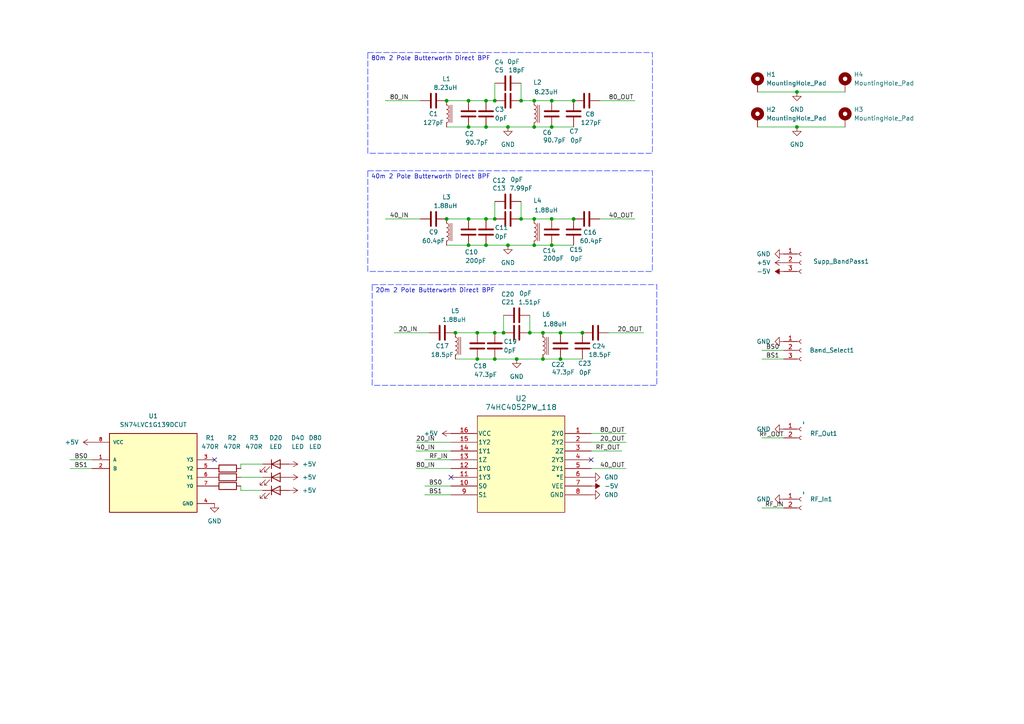
<source format=kicad_sch>
(kicad_sch (version 20231120) (generator "eeschema") (generator_version "8.0")
  (paper "A4")
  (title_block (title "Phasor Radio: Bandpass-Filter") (date "2024-02-21") (rev "v1") (company "Stefan Meyre, HB9GZE"))
  (lib_symbols
    (symbol "Connector:Conn_01x02_Socket" (pin_names (offset 1.016) hide)
      (property "Reference" "J" (at 0 2.54 0))
      (property "Value" "Conn_01x02_Socket" (at 0 -5.08 0))
      (symbol "Conn_01x02_Socket_1_1"
        (arc (start 0 -2.032) (mid -0.5058 -2.54) (end 0 -3.048) (stroke (width 0.1524)))
        (polyline (pts (xy -1.27 -2.54) (xy -0.508 -2.54)) (stroke (width 0.1524)))
        (polyline (pts (xy -1.27 0) (xy -0.508 0)) (stroke (width 0.1524)))
        (arc (start 0 0.508) (mid -0.5058 0) (end 0 -0.508) (stroke (width 0.1524)))
        (pin passive line (at -5.08 0 0) (length 3.81) (name "Pin_1") (number "1"))
        (pin passive line (at -5.08 -2.54 0) (length 3.81) (name "Pin_2") (number "2"))
      )
    )
    (symbol "Connector:Conn_01x03_Socket" (pin_names (offset 1.016) hide)
      (property "Reference" "J" (at 0 5.08 0))
      (property "Value" "Conn_01x03_Socket" (at 0 -5.08 0))
      (symbol "Conn_01x03_Socket_1_1"
        (arc (start 0 -2.032) (mid -0.5058 -2.54) (end 0 -3.048) (stroke (width 0.1524)))
        (polyline (pts (xy -1.27 -2.54) (xy -0.508 -2.54)) (stroke (width 0.1524)))
        (polyline (pts (xy -1.27 0) (xy -0.508 0)) (stroke (width 0.1524)))
        (polyline (pts (xy -1.27 2.54) (xy -0.508 2.54)) (stroke (width 0.1524)))
        (arc (start 0 0.508) (mid -0.5058 0) (end 0 -0.508) (stroke (width 0.1524)))
        (arc (start 0 3.048) (mid -0.5058 2.54) (end 0 2.032) (stroke (width 0.1524)))
        (pin passive line (at -5.08 2.54 0) (length 3.81) (name "Pin_1") (number "1"))
        (pin passive line (at -5.08 0 0) (length 3.81) (name "Pin_2") (number "2"))
        (pin passive line (at -5.08 -2.54 0) (length 3.81) (name "Pin_3") (number "3"))
      )
    )
    (symbol "Device:C" (pin_numbers hide) (pin_names (offset 0.254))
      (property "Reference" "C" (at 0.635 2.54 0))
      (property "Value" "C" (at 0.635 -2.54 0))
      (symbol "C_0_1"
        (polyline (pts (xy -2.032 -0.762) (xy 2.032 -0.762)) (stroke (width 0.508)))
        (polyline (pts (xy -2.032 0.762) (xy 2.032 0.762)) (stroke (width 0.508)))
      )
      (symbol "C_1_1"
        (pin passive line (at 0 3.81 270) (length 2.794) (name "~") (number "1"))
        (pin passive line (at 0 -3.81 90) (length 2.794) (name "~") (number "2"))
      )
    )
    (symbol "Device:LED" (pin_numbers hide) (pin_names (offset 1.016) hide)
      (property "Reference" "D" (at 0 2.54 0))
      (property "Value" "LED" (at 0 -2.54 0))
      (symbol "LED_0_1"
        (polyline (pts (xy -1.27 -1.27) (xy -1.27 1.27)) (stroke (width 0.254)))
        (polyline (pts (xy -1.27 0) (xy 1.27 0)))
        (polyline (pts (xy 1.27 -1.27) (xy 1.27 1.27) (xy -1.27 0) (xy 1.27 -1.27)) (stroke (width 0.254)))
        (polyline (pts (xy -3.048 -0.762) (xy -4.572 -2.286) (xy -3.81 -2.286) (xy -4.572 -2.286) (xy -4.572 -1.524)))
        (polyline (pts (xy -1.778 -0.762) (xy -3.302 -2.286) (xy -2.54 -2.286) (xy -3.302 -2.286) (xy -3.302 -1.524)))
      )
      (symbol "LED_1_1"
        (pin passive line (at -3.81 0 0) (length 2.54) (name "K") (number "1"))
        (pin passive line (at 3.81 0 180) (length 2.54) (name "A") (number "2"))
      )
    )
    (symbol "Device:L_Iron" (pin_numbers hide) (pin_names (offset 1.016) hide)
      (property "Reference" "L" (at -1.27 0 90))
      (property "Value" "L_Iron" (at 2.794 0 90))
      (symbol "L_Iron_0_1"
        (arc (start 0 -2.54) (mid 0.6323 -1.905) (end 0 -1.27))
        (arc (start 0 -1.27) (mid 0.6323 -0.635) (end 0 0))
        (polyline (pts (xy 1.016 2.54) (xy 1.016 -2.54)))
        (polyline (pts (xy 1.524 -2.54) (xy 1.524 2.54)))
        (arc (start 0 0) (mid 0.6323 0.635) (end 0 1.27))
        (arc (start 0 1.27) (mid 0.6323 1.905) (end 0 2.54))
      )
      (symbol "L_Iron_1_1"
        (pin passive line (at 0 3.81 270) (length 1.27) (name "1") (number "1"))
        (pin passive line (at 0 -3.81 90) (length 1.27) (name "2") (number "2"))
      )
    )
    (symbol "Device:R" (pin_numbers hide) (pin_names (offset 0))
      (property "Reference" "R" (at 2.032 0 90))
      (property "Value" "R" (at 0 0 90))
      (symbol "R_0_1"
        (rectangle (start -1.016 -2.54) (end 1.016 2.54) (stroke (width 0.254)))
      )
      (symbol "R_1_1"
        (pin passive line (at 0 3.81 270) (length 1.27) (name "~") (number "1"))
        (pin passive line (at 0 -3.81 90) (length 1.27) (name "~") (number "2"))
      )
    )
    (symbol "Mechanical:MountingHole_Pad" (pin_numbers hide) (pin_names (offset 1.016) hide)
      (property "Reference" "H" (at 0 6.35 0))
      (property "Value" "MountingHole_Pad" (at 0 4.445 0))
      (symbol "MountingHole_Pad_0_1"
        (circle (center 0 1.27) (radius 1.27) (stroke (width 1.27)))
      )
      (symbol "MountingHole_Pad_1_1"
        (pin input line (at 0 -2.54 90) (length 2.54) (name "1") (number "1"))
      )
    )
    (symbol "Private:74HC4052PW_118" (pin_names (offset 0.254))
      (property "Reference" "U" (at 20.32 10.16 0))
      (property "Value" "74HC4052PW_118" (at 20.32 7.62 0))
      (symbol "74HC4052PW_118_1_1"
        (polyline (pts (xy 7.62 -22.86) (xy 33.02 -22.86)) (stroke (width 0.127)))
        (polyline (pts (xy 7.62 5.08) (xy 7.62 -22.86)) (stroke (width 0.127)))
        (polyline (pts (xy 33.02 -22.86) (xy 33.02 5.08)) (stroke (width 0.127)))
        (polyline (pts (xy 33.02 5.08) (xy 7.62 5.08)) (stroke (width 0.127)))
        (rectangle (start 7.62 5.08) (end 33.02 -22.86) (fill (type background)))
        (pin bidirectional line (at 0 0 0) (length 7.62) (name "2Y0") (number "1"))
        (pin input line (at 40.64 -15.24 180) (length 7.62) (name "S0") (number "10"))
        (pin bidirectional line (at 40.64 -12.7 180) (length 7.62) (name "1Y3") (number "11"))
        (pin bidirectional line (at 40.64 -10.16 180) (length 7.62) (name "1Y0") (number "12"))
        (pin bidirectional line (at 40.64 -7.62 180) (length 7.62) (name "1Z") (number "13"))
        (pin bidirectional line (at 40.64 -5.08 180) (length 7.62) (name "1Y1") (number "14"))
        (pin bidirectional line (at 40.64 -2.54 180) (length 7.62) (name "1Y2") (number "15"))
        (pin power_in line (at 40.64 0 180) (length 7.62) (name "VCC") (number "16"))
        (pin bidirectional line (at 0 -2.54 0) (length 7.62) (name "2Y2") (number "2"))
        (pin bidirectional line (at 0 -5.08 0) (length 7.62) (name "2Z") (number "3"))
        (pin bidirectional line (at 0 -7.62 0) (length 7.62) (name "2Y3") (number "4"))
        (pin bidirectional line (at 0 -10.16 0) (length 7.62) (name "2Y1") (number "5"))
        (pin input line (at 0 -12.7 0) (length 7.62) (name "*E") (number "6"))
        (pin power_in line (at 0 -15.24 0) (length 7.62) (name "VEE") (number "7"))
        (pin power_in line (at 0 -17.78 0) (length 7.62) (name "GND") (number "8"))
        (pin input line (at 40.64 -17.78 180) (length 7.62) (name "S1") (number "9"))
      )
    )
    (symbol "Private:SN74LVC1G139DCUT" (pin_names (offset 1.016))
      (property "Reference" "U" (at -12.7 11.16 0))
      (property "Value" "SN74LVC1G139DCUT" (at -12.7 -14.16 0))
      (symbol "SN74LVC1G139DCUT_0_0"
        (rectangle (start -12.7 -12.7) (end 12.7 10.16) (stroke (width 0.254)) (fill (type background)))
        (pin input line (at -17.78 2.54 0) (length 5.08) (name "A") (number "1"))
        (pin input line (at -17.78 0 0) (length 5.08) (name "B") (number "2"))
        (pin output line (at 17.78 2.54 180) (length 5.08) (name "Y3") (number "3"))
        (pin power_in line (at 17.78 -10.16 180) (length 5.08) (name "GND") (number "4"))
        (pin output line (at 17.78 0 180) (length 5.08) (name "Y2") (number "5"))
        (pin output line (at 17.78 -2.54 180) (length 5.08) (name "Y1") (number "6"))
        (pin output line (at 17.78 -5.08 180) (length 5.08) (name "Y0") (number "7"))
        (pin power_in line (at -17.78 7.62 0) (length 5.08) (name "VCC") (number "8"))
      )
    )
    (symbol "power:+5V" (power) (pin_names (offset 0))
      (property "Value" "+5V" (at 0 3.556 0))
      (symbol "+5V_0_1"
        (polyline (pts (xy -0.762 1.27) (xy 0 2.54)))
        (polyline (pts (xy 0 0) (xy 0 2.54)))
        (polyline (pts (xy 0 2.54) (xy 0.762 1.27)))
      )
      (symbol "+5V_1_1"
        (pin power_in line (at 0 0 90) (length 0) hide (name "+5V") (number "1"))
      )
    )
    (symbol "power:-5V" (power) (pin_names (offset 0))
      (property "Value" "-5V" (at 0 3.81 0))
      (symbol "-5V_0_0"
        (pin power_in line (at 0 0 90) (length 0) hide (name "-5V") (number "1"))
      )
      (symbol "-5V_0_1"
        (polyline (pts (xy 0 0) (xy 0 1.27) (xy 0.762 1.27) (xy 0 2.54) (xy -0.762 1.27) (xy 0 1.27)) (fill (type outline)))
      )
    )
    (symbol "power:GND" (power) (pin_names (offset 0))
      (property "Value" "GND" (at 0 -3.81 0))
      (symbol "GND_0_1"
        (polyline (pts (xy 0 0) (xy 0 -1.27) (xy 1.27 -1.27) (xy 0 -2.54) (xy -1.27 -1.27) (xy 0 -1.27)))
      )
      (symbol "GND_1_1"
        (pin power_in line (at 0 0 270) (length 0) hide (name "GND") (number "1"))
      )
    )
  )
  (junction (at 151.13 29.21))
  (junction (at 154.94 36.83))
  (junction (at 153.67 96.52))
  (junction (at 160.02 63.5))
  (junction (at 162.56 96.52))
  (junction (at 162.56 104.14))
  (junction (at 143.51 29.21))
  (junction (at 129.54 63.5))
  (junction (at 135.89 63.5))
  (junction (at 160.02 71.12))
  (junction (at 154.94 71.12))
  (junction (at 135.89 29.21))
  (junction (at 140.97 36.83))
  (junction (at 135.89 71.12))
  (junction (at 135.89 36.83))
  (junction (at 157.48 96.52))
  (junction (at 143.51 96.52))
  (junction (at 147.32 36.83))
  (junction (at 231.14 26.67))
  (junction (at 138.43 96.52))
  (junction (at 231.14 36.83))
  (junction (at 151.13 63.5))
  (junction (at 149.86 104.14))
  (junction (at 140.97 71.12))
  (junction (at 140.97 29.21))
  (junction (at 166.37 63.5))
  (junction (at 168.91 96.52))
  (junction (at 166.37 29.21))
  (junction (at 146.05 96.52))
  (junction (at 138.43 104.14))
  (junction (at 140.97 63.5))
  (junction (at 160.02 29.21))
  (junction (at 143.51 63.5))
  (junction (at 154.94 29.21))
  (junction (at 160.02 36.83))
  (junction (at 147.32 71.12))
  (junction (at 132.08 96.52))
  (junction (at 143.51 104.14))
  (junction (at 154.94 63.5))
  (junction (at 129.54 29.21))
  (junction (at 157.48 104.14))
  (no_connect (at 130.81 138.43))
  (no_connect (at 171.45 133.35))
  (no_connect (at 62.23 133.35))
  (wire (pts (xy 132.08 104.14) (xy 138.43 104.14)))
  (wire (pts (xy 162.56 104.14) (xy 168.91 104.14)))
  (wire (pts (xy 160.02 29.21) (xy 166.37 29.21)))
  (wire (pts (xy 111.76 63.5) (xy 121.92 63.5)))
  (wire (pts (xy 76.2 138.43) (xy 69.85 138.43)))
  (wire (pts (xy 147.32 36.83) (xy 154.94 36.83)))
  (wire (pts (xy 129.54 29.21) (xy 135.89 29.21)))
  (wire (pts (xy 69.85 134.62) (xy 69.85 135.89)))
  (wire (pts (xy 138.43 96.52) (xy 143.51 96.52)))
  (wire (pts (xy 129.54 63.5) (xy 135.89 63.5)))
  (wire (pts (xy 140.97 36.83) (xy 147.32 36.83)))
  (wire (pts (xy 120.65 130.81) (xy 130.81 130.81)))
  (wire (pts (xy 151.13 29.21) (xy 154.94 29.21)))
  (wire (pts (xy 160.02 63.5) (xy 166.37 63.5)))
  (wire (pts (xy 129.54 36.83) (xy 135.89 36.83)))
  (wire (pts (xy 140.97 71.12) (xy 147.32 71.12)))
  (wire (pts (xy 173.99 29.21) (xy 184.15 29.21)))
  (wire (pts (xy 140.97 63.5) (xy 143.51 63.5)))
  (wire (pts (xy 220.98 127) (xy 227.33 127)))
  (wire (pts (xy 231.14 36.83) (xy 245.11 36.83)))
  (wire (pts (xy 154.94 29.21) (xy 160.02 29.21)))
  (wire (pts (xy 69.85 142.24) (xy 69.85 140.97)))
  (wire (pts (xy 143.51 96.52) (xy 146.05 96.52)))
  (wire (pts (xy 123.19 143.51) (xy 130.81 143.51)))
  (wire (pts (xy 151.13 58.42) (xy 151.13 63.5)))
  (wire (pts (xy 143.51 104.14) (xy 149.86 104.14)))
  (wire (pts (xy 220.98 101.6) (xy 227.33 101.6)))
  (wire (pts (xy 171.45 128.27) (xy 181.61 128.27)))
  (wire (pts (xy 219.71 36.83) (xy 231.14 36.83)))
  (wire (pts (xy 157.48 104.14) (xy 162.56 104.14)))
  (wire (pts (xy 154.94 63.5) (xy 160.02 63.5)))
  (wire (pts (xy 146.05 91.44) (xy 146.05 96.52)))
  (wire (pts (xy 151.13 63.5) (xy 154.94 63.5)))
  (wire (pts (xy 135.89 29.21) (xy 140.97 29.21)))
  (wire (pts (xy 76.2 134.62) (xy 69.85 134.62)))
  (wire (pts (xy 111.76 29.21) (xy 121.92 29.21)))
  (wire (pts (xy 171.45 135.89) (xy 181.61 135.89)))
  (wire (pts (xy 149.86 104.14) (xy 157.48 104.14)))
  (wire (pts (xy 231.14 26.67) (xy 245.11 26.67)))
  (wire (pts (xy 114.3 96.52) (xy 124.46 96.52)))
  (wire (pts (xy 220.98 104.14) (xy 227.33 104.14)))
  (wire (pts (xy 147.32 71.12) (xy 154.94 71.12)))
  (wire (pts (xy 120.65 135.89) (xy 130.81 135.89)))
  (wire (pts (xy 162.56 96.52) (xy 168.91 96.52)))
  (wire (pts (xy 20.32 135.89) (xy 26.67 135.89)))
  (wire (pts (xy 143.51 58.42) (xy 143.51 63.5)))
  (wire (pts (xy 138.43 104.14) (xy 143.51 104.14)))
  (wire (pts (xy 123.19 140.97) (xy 130.81 140.97)))
  (wire (pts (xy 151.13 24.13) (xy 151.13 29.21)))
  (wire (pts (xy 20.32 133.35) (xy 26.67 133.35)))
  (wire (pts (xy 220.98 147.32) (xy 227.33 147.32)))
  (wire (pts (xy 76.2 142.24) (xy 69.85 142.24)))
  (wire (pts (xy 160.02 71.12) (xy 166.37 71.12)))
  (wire (pts (xy 157.48 96.52) (xy 162.56 96.52)))
  (wire (pts (xy 135.89 63.5) (xy 140.97 63.5)))
  (wire (pts (xy 135.89 36.83) (xy 140.97 36.83)))
  (wire (pts (xy 123.19 133.35) (xy 130.81 133.35)))
  (wire (pts (xy 120.65 128.27) (xy 130.81 128.27)))
  (wire (pts (xy 176.53 96.52) (xy 186.69 96.52)))
  (wire (pts (xy 171.45 125.73) (xy 181.61 125.73)))
  (wire (pts (xy 154.94 36.83) (xy 160.02 36.83)))
  (wire (pts (xy 154.94 71.12) (xy 160.02 71.12)))
  (wire (pts (xy 143.51 24.13) (xy 143.51 29.21)))
  (wire (pts (xy 132.08 96.52) (xy 138.43 96.52)))
  (wire (pts (xy 135.89 71.12) (xy 140.97 71.12)))
  (wire (pts (xy 171.45 130.81) (xy 180.34 130.81)))
  (wire (pts (xy 153.67 91.44) (xy 153.67 96.52)))
  (wire (pts (xy 160.02 36.83) (xy 166.37 36.83)))
  (wire (pts (xy 153.67 96.52) (xy 157.48 96.52)))
  (wire (pts (xy 140.97 29.21) (xy 143.51 29.21)))
  (wire (pts (xy 173.99 63.5) (xy 184.15 63.5)))
  (wire (pts (xy 129.54 71.12) (xy 135.89 71.12)))
  (wire (pts (xy 219.71 26.67) (xy 231.14 26.67)))
  (rectangle (start 106.68 49.53) (end 189.23 78.74) (stroke (width 0) (type dash) (color 13 32 255 1)))
  (rectangle (start 107.95 82.55) (end 190.5 111.76) (stroke (width 0) (type dash) (color 13 32 255 1)))
  (rectangle (start 106.68 15.24) (end 189.23 44.45) (stroke (width 0) (type dash) (color 13 32 255 1)))
  (text "40m 2 Pole Butterworth Direct BPF" (at 142.24 52.07 0) (effects (font (size 1.27 1.27)) (justify right bottom)))
  (text "20m 2 Pole Butterworth Direct BPF" (at 143.51 85.09 0) (effects (font (size 1.27 1.27)) (justify right bottom)))
  (text "80m 2 Pole Butterworth Direct BPF" (at 142.24 17.78 0) (effects (font (size 1.27 1.27)) (justify right bottom)))
  (label "80_OUT" (at 176.53 29.21 0))
  (label "20_OUT" (at 173.99 128.27 0))
  (label "RF_IN" (at 124.46 133.35 0))
  (label "RF_OUT" (at 172.72 130.81 0))
  (label "40_OUT" (at 173.99 135.89 0))
  (label "BS1" (at 21.59 135.89 0))
  (label "BS0" (at 226.06 101.6 180))
  (label "40_OUT" (at 176.53 63.5 0))
  (label "20_IN" (at 120.65 128.27 0))
  (label "40_IN" (at 113.03 63.5 0))
  (label "20_OUT" (at 179.07 96.52 0))
  (label "20_IN" (at 115.57 96.52 0))
  (label "80_IN" (at 120.65 135.89 0))
  (label "80_IN" (at 113.03 29.21 0))
  (label "RF_OUT" (at 227.33 127 180))
  (label "BS0" (at 128.27 140.97 180))
  (label "RF_IN" (at 227.33 147.32 180))
  (label "BS1" (at 128.27 143.51 180))
  (label "BS1" (at 226.06 104.14 180))
  (label "80_OUT" (at 173.99 125.73 0))
  (label "40_IN" (at 120.65 130.81 0))
  (label "BS0" (at 21.59 133.35 0))
  (symbol (lib_id "power:GND") (at 171.45 143.51 90) (unit 1)
    (property "Reference" "#PWR09" (effects (hide yes)))
    (property "Value" "GND" (at 175.26 143.51 90) (effects (justify right)))
  )
  (symbol (lib_id "Device:C") (at 147.32 24.13 270) (unit 1)
    (property "Reference" "C4" (at 144.7427 18.0498 90))
    (property "Value" "0pF" (at 148.9295 17.8637 90))
    (property "Footprint" "Capacitor_SMD:C_0805_2012Metric_Pad1.18x1.45mm_HandSolder" (effects (hide yes)))
  )
  (symbol (lib_id "Device:L_Iron") (at 154.94 33.02 0) (unit 1)
    (property "Reference" "L2" (at 154.6609 23.8788 0) (effects (justify left)))
    (property "Value" "8.23uH" (at 154.94 26.67 0) (effects (justify left)))
    (property "Footprint" "Inductor_THT:L_Toroid_Vertical_L19.1mm_W8.1mm_P7.10mm_Bourns_5700" (effects (hide yes)))
  )
  (symbol (lib_id "power:+5V") (at 83.82 142.24 270) (unit 1)
    (property "Reference" "#PWR05" (effects (hide yes)))
    (property "Value" "+5V" (at 87.63 142.24 90) (effects (justify left)))
  )
  (symbol (lib_id "power:GND") (at 227.33 124.46 270) (unit 1)
    (property "Reference" "#PWR011" (effects (hide yes)))
    (property "Value" "GND" (at 223.52 124.46 90) (effects (justify right)))
  )
  (symbol (lib_id "Mechanical:MountingHole_Pad") (at 245.11 34.29 0) (unit 1)
    (property "Reference" "H3" (at 247.65 31.75 0) (effects (justify left)))
    (property "Value" "MountingHole_Pad" (at 247.65 34.29 0) (effects (justify left)))
    (property "Footprint" "MountingHole:MountingHole_2.5mm_Pad_TopBottom" (effects (hide yes)))
  )
  (symbol (lib_id "power:+5V") (at 130.81 125.73 90) (unit 1)
    (property "Reference" "#PWR06" (effects (hide yes)))
    (property "Value" "+5V" (at 127 125.73 90) (effects (justify left)))
  )
  (symbol (lib_id "Device:L_Iron") (at 129.54 67.31 0) (unit 1)
    (property "Reference" "L3" (at 128.27 57.15 0) (effects (justify left)))
    (property "Value" "1.88uH" (at 125.73 59.69 0) (effects (justify left)))
    (property "Footprint" "Inductor_THT:L_Toroid_Vertical_L19.1mm_W8.1mm_P7.10mm_Bourns_5700" (effects (hide yes)))
  )
  (symbol (lib_id "Device:C") (at 172.72 96.52 90) (unit 1)
    (property "Reference" "C24" (at 173.6551 100.4231 90))
    (property "Value" "18.5pF" (at 173.99 102.87 90))
    (property "Footprint" "Capacitor_SMD:C_0805_2012Metric_Pad1.18x1.45mm_HandSolder" (effects (hide yes)))
  )
  (symbol (lib_id "power:GND") (at 147.32 71.12 0) (unit 1)
    (property "Reference" "#PWR013" (effects (hide yes)))
    (property "Value" "GND" (at 147.32 76.2 0))
  )
  (symbol (lib_id "Device:C") (at 125.73 63.5 90) (unit 1)
    (property "Reference" "C9" (at 125.73 67.31 90))
    (property "Value" "60.4pF" (at 125.73 69.85 90))
    (property "Footprint" "Capacitor_SMD:C_0805_2012Metric_Pad1.18x1.45mm_HandSolder" (effects (hide yes)))
  )
  (symbol (lib_id "power:GND") (at 147.32 36.83 0) (unit 1)
    (property "Reference" "#PWR015" (effects (hide yes)))
    (property "Value" "GND" (at 147.32 41.91 0))
  )
  (symbol (lib_id "power:GND") (at 227.33 99.06 270) (unit 1)
    (property "Reference" "#PWR012" (effects (hide yes)))
    (property "Value" "GND" (at 223.52 99.06 90) (effects (justify right)))
  )
  (symbol (lib_id "power:-5V") (at 171.45 140.97 270) (unit 1)
    (property "Reference" "#PWR08" (effects (hide yes)))
    (property "Value" "-5V" (at 175.26 140.97 90) (effects (justify left)))
  )
  (symbol (lib_id "Device:C") (at 166.37 67.31 180) (unit 1)
    (property "Reference" "C15" (at 165.1 72.39 0) (effects (justify right)))
    (property "Value" "0pF" (at 165.3791 74.9951 0) (effects (justify right)))
    (property "Footprint" "Capacitor_SMD:C_0805_2012Metric_Pad1.18x1.45mm_HandSolder" (effects (hide yes)))
  )
  (symbol (lib_id "Device:L_Iron") (at 157.48 100.33 0) (unit 1)
    (property "Reference" "L6" (at 157.2009 91.1888 0) (effects (justify left)))
    (property "Value" "1.88uH" (at 157.48 93.98 0) (effects (justify left)))
    (property "Footprint" "Inductor_THT:L_Toroid_Vertical_L19.1mm_W8.1mm_P7.10mm_Bourns_5700" (effects (hide yes)))
  )
  (symbol (lib_id "Device:C") (at 147.32 63.5 270) (unit 1)
    (property "Reference" "C13" (at 144.78 54.61 90))
    (property "Value" "7.99pF" (at 151.13 54.61 90))
    (property "Footprint" "Capacitor_SMD:C_0805_2012Metric_Pad1.18x1.45mm_HandSolder" (effects (hide yes)))
  )
  (symbol (lib_id "Device:C") (at 147.32 29.21 270) (unit 1)
    (property "Reference" "C5" (at 144.78 20.32 90))
    (property "Value" "18pF" (at 149.86 20.32 90))
    (property "Footprint" "Capacitor_SMD:C_0805_2012Metric_Pad1.18x1.45mm_HandSolder" (effects (hide yes)))
  )
  (symbol (lib_id "Device:C") (at 135.89 67.31 180) (unit 1)
    (property "Reference" "C10" (at 134.7642 73.1064 0) (effects (justify right)))
    (property "Value" "200pF" (at 134.9502 75.6184 0) (effects (justify right)))
    (property "Footprint" "Capacitor_SMD:C_0805_2012Metric_Pad1.18x1.45mm_HandSolder" (effects (hide yes)))
  )
  (symbol (lib_id "Device:C") (at 128.27 96.52 90) (unit 1)
    (property "Reference" "C17" (at 128.27 100.33 90))
    (property "Value" "18.5pF" (at 128.27 102.87 90))
    (property "Footprint" "Capacitor_SMD:C_0805_2012Metric_Pad1.18x1.45mm_HandSolder" (effects (hide yes)))
  )
  (symbol (lib_id "power:GND") (at 171.45 138.43 90) (unit 1)
    (property "Reference" "#PWR07" (effects (hide yes)))
    (property "Value" "GND" (at 175.26 138.43 90) (effects (justify right)))
  )
  (symbol (lib_id "Device:LED") (at 80.01 134.62 0) (unit 1)
    (property "Reference" "D20" (at 80.01 127 0))
    (property "Value" "LED" (at 80.01 129.54 0))
    (property "Footprint" "LED_SMD:LED_0805_2012Metric_Pad1.15x1.40mm_HandSolder" (effects (hide yes)))
  )
  (symbol (lib_id "Mechanical:MountingHole_Pad") (at 219.71 34.29 0) (unit 1)
    (property "Reference" "H2" (at 222.25 31.75 0) (effects (justify left)))
    (property "Value" "MountingHole_Pad" (at 222.25 34.29 0) (effects (justify left)))
    (property "Footprint" "MountingHole:MountingHole_2.5mm_Pad_TopBottom" (effects (hide yes)))
  )
  (symbol (lib_id "Device:C") (at 160.02 67.31 180) (unit 1)
    (property "Reference" "C14" (at 157.3357 72.7295 0) (effects (justify right)))
    (property "Value" "200pF" (at 157.48 74.93 0) (effects (justify right)))
    (property "Footprint" "Capacitor_SMD:C_0805_2012Metric_Pad1.18x1.45mm_HandSolder" (effects (hide yes)))
  )
  (symbol (lib_id "Device:L_Iron") (at 132.08 100.33 0) (unit 1)
    (property "Reference" "L5" (at 130.81 90.17 0) (effects (justify left)))
    (property "Value" "1.88uH" (at 128.27 92.71 0) (effects (justify left)))
    (property "Footprint" "Inductor_THT:L_Toroid_Vertical_L19.1mm_W8.1mm_P7.10mm_Bourns_5700" (effects (hide yes)))
  )
  (symbol (lib_id "Device:C") (at 170.18 63.5 90) (unit 1)
    (property "Reference" "C16" (at 171.1151 67.4031 90))
    (property "Value" "60.4pF" (at 171.45 69.85 90))
    (property "Footprint" "Capacitor_SMD:C_0805_2012Metric_Pad1.18x1.45mm_HandSolder" (effects (hide yes)))
  )
  (symbol (lib_id "Device:R") (at 66.04 140.97 90) (unit 1)
    (property "Reference" "R3" (at 73.66 127 90))
    (property "Value" "470R" (at 73.66 129.54 90))
    (property "Footprint" "Resistor_SMD:R_0805_2012Metric_Pad1.20x1.40mm_HandSolder" (effects (hide yes)))
  )
  (symbol (lib_id "Device:C") (at 149.86 96.52 270) (unit 1)
    (property "Reference" "C21" (at 147.32 87.63 90))
    (property "Value" "1.51pF" (at 153.67 87.63 90))
    (property "Footprint" "Capacitor_SMD:C_0805_2012Metric_Pad1.18x1.45mm_HandSolder" (effects (hide yes)))
  )
  (symbol (lib_id "Device:C") (at 140.97 33.02 180) (unit 1)
    (property "Reference" "C3" (at 143.51 31.75 0) (effects (justify right)))
    (property "Value" "0pF" (at 143.51 34.29 0) (effects (justify right)))
    (property "Footprint" "Capacitor_SMD:C_0805_2012Metric_Pad1.18x1.45mm_HandSolder" (effects (hide yes)))
  )
  (symbol (lib_id "power:GND") (at 227.33 144.78 270) (unit 1)
    (property "Reference" "#PWR010" (effects (hide yes)))
    (property "Value" "GND" (at 223.52 144.78 90) (effects (justify right)))
  )
  (symbol (lib_id "Device:R") (at 66.04 138.43 90) (unit 1)
    (property "Reference" "R2" (at 67.31 127 90))
    (property "Value" "470R" (at 67.31 129.54 90))
    (property "Footprint" "Resistor_SMD:R_0805_2012Metric_Pad1.20x1.40mm_HandSolder" (effects (hide yes)))
  )
  (symbol (lib_id "Device:C") (at 135.89 33.02 180) (unit 1)
    (property "Reference" "C2" (at 134.7642 38.8164 0) (effects (justify right)))
    (property "Value" "90.7pF" (at 134.9502 41.3284 0) (effects (justify right)))
    (property "Footprint" "Capacitor_SMD:C_0805_2012Metric_Pad1.18x1.45mm_HandSolder" (effects (hide yes)))
  )
  (symbol (lib_id "Connector:Conn_01x03_Socket") (at 232.41 76.2 0) (unit 1)
    (property "Reference" "Supp_BandPass1" (at 235.8485 75.8197 0) (effects (justify left)))
    (property "Value" "~" (at 237.49 76.2 90))
    (property "Footprint" "Connector_JST:JST_EH_B3B-EH-A_1x03_P2.50mm_Vertical" (effects (hide yes)))
  )
  (symbol (lib_id "Device:C") (at 147.32 58.42 270) (unit 1)
    (property "Reference" "C12" (at 144.7427 52.3398 90))
    (property "Value" "0pF" (at 149.86 52.07 90))
    (property "Footprint" "Capacitor_SMD:C_0805_2012Metric_Pad1.18x1.45mm_HandSolder" (effects (hide yes)))
  )
  (symbol (lib_id "Device:C") (at 149.86 91.44 270) (unit 1)
    (property "Reference" "C20" (at 147.2827 85.3598 90))
    (property "Value" "0pF" (at 152.4 85.09 90))
    (property "Footprint" "Capacitor_SMD:C_0805_2012Metric_Pad1.18x1.45mm_HandSolder" (effects (hide yes)))
  )
  (symbol (lib_id "power:+5V") (at 83.82 138.43 270) (unit 1)
    (property "Reference" "#PWR04" (effects (hide yes)))
    (property "Value" "+5V" (at 87.63 138.43 90) (effects (justify left)))
  )
  (symbol (lib_id "Device:R") (at 66.04 135.89 90) (unit 1)
    (property "Reference" "R1" (at 60.96 127 90))
    (property "Value" "470R" (at 60.96 129.54 90))
    (property "Footprint" "Resistor_SMD:R_0805_2012Metric_Pad1.20x1.40mm_HandSolder" (effects (hide yes)))
  )
  (symbol (lib_id "Device:C") (at 162.56 100.33 180) (unit 1)
    (property "Reference" "C22" (at 159.8757 105.7495 0) (effects (justify right)))
    (property "Value" "47.3pF" (at 160.02 107.95 0) (effects (justify right)))
    (property "Footprint" "Capacitor_SMD:C_0805_2012Metric_Pad1.18x1.45mm_HandSolder" (effects (hide yes)))
  )
  (symbol (lib_id "Device:C") (at 138.43 100.33 180) (unit 1)
    (property "Reference" "C18" (at 137.3042 106.1264 0) (effects (justify right)))
    (property "Value" "47.3pF" (at 137.4902 108.6384 0) (effects (justify right)))
    (property "Footprint" "Capacitor_SMD:C_0805_2012Metric_Pad1.18x1.45mm_HandSolder" (effects (hide yes)))
  )
  (symbol (lib_id "Mechanical:MountingHole_Pad") (at 219.71 24.13 0) (unit 1)
    (property "Reference" "H1" (at 222.25 21.59 0) (effects (justify left)))
    (property "Value" "MountingHole_Pad" (at 222.25 24.13 0) (effects (justify left)))
    (property "Footprint" "MountingHole:MountingHole_2.5mm_Pad_TopBottom" (effects (hide yes)))
  )
  (symbol (lib_id "power:+5V") (at 83.82 134.62 270) (unit 1)
    (property "Reference" "#PWR03" (effects (hide yes)))
    (property "Value" "+5V" (at 87.63 134.62 90) (effects (justify left)))
  )
  (symbol (lib_id "Device:C") (at 168.91 100.33 180) (unit 1)
    (property "Reference" "C23" (at 167.64 105.41 0) (effects (justify right)))
    (property "Value" "0pF" (at 167.9191 108.0151 0) (effects (justify right)))
    (property "Footprint" "Capacitor_SMD:C_0805_2012Metric_Pad1.18x1.45mm_HandSolder" (effects (hide yes)))
  )
  (symbol (lib_id "power:+5V") (at 26.67 128.27 90) (unit 1)
    (property "Reference" "#PWR01" (effects (hide yes)))
    (property "Value" "+5V" (at 22.86 128.27 90) (effects (justify left)))
  )
  (symbol (lib_id "Device:C") (at 140.97 67.31 180) (unit 1)
    (property "Reference" "C11" (at 143.51 66.04 0) (effects (justify right)))
    (property "Value" "0pF" (at 143.51 68.58 0) (effects (justify right)))
    (property "Footprint" "Capacitor_SMD:C_0805_2012Metric_Pad1.18x1.45mm_HandSolder" (effects (hide yes)))
  )
  (symbol (lib_id "power:+5V") (at 227.33 76.2 90) (unit 1)
    (property "Reference" "#PWR017" (effects (hide yes)))
    (property "Value" "+5V" (at 223.52 76.2 90) (effects (justify left)))
  )
  (symbol (lib_id "Mechanical:MountingHole_Pad") (at 245.11 24.13 0) (unit 1)
    (property "Reference" "H4" (at 247.65 21.59 0) (effects (justify left)))
    (property "Value" "MountingHole_Pad" (at 247.65 24.13 0) (effects (justify left)))
    (property "Footprint" "MountingHole:MountingHole_2.5mm_Pad_TopBottom" (effects (hide yes)))
  )
  (symbol (lib_id "Device:C") (at 170.18 29.21 90) (unit 1)
    (property "Reference" "C8" (at 171.1151 33.1131 90))
    (property "Value" "127pF" (at 171.45 35.56 90))
    (property "Footprint" "Capacitor_SMD:C_0805_2012Metric_Pad1.18x1.45mm_HandSolder" (effects (hide yes)))
  )
  (symbol (lib_id "Device:LED") (at 80.01 142.24 0) (unit 1)
    (property "Reference" "D80" (at 91.44 127 0))
    (property "Value" "LED" (at 91.44 129.54 0))
    (property "Footprint" "LED_SMD:LED_0805_2012Metric_Pad1.15x1.40mm_HandSolder" (effects (hide yes)))
  )
  (symbol (lib_id "power:GND") (at 231.14 36.83 0) (unit 1)
    (property "Reference" "#PWR020" (effects (hide yes)))
    (property "Value" "GND" (at 231.14 41.91 0))
  )
  (symbol (lib_id "Device:LED") (at 80.01 138.43 0) (unit 1)
    (property "Reference" "D40" (at 86.36 127 0))
    (property "Value" "LED" (at 86.36 129.54 0))
    (property "Footprint" "LED_SMD:LED_0805_2012Metric_Pad1.15x1.40mm_HandSolder" (effects (hide yes)))
  )
  (symbol (lib_id "power:GND") (at 149.86 104.14 0) (unit 1)
    (property "Reference" "#PWR014" (effects (hide yes)))
    (property "Value" "GND" (at 149.86 109.22 0))
  )
  (symbol (lib_id "power:GND") (at 227.33 73.66 270) (unit 1)
    (property "Reference" "#PWR016" (effects (hide yes)))
    (property "Value" "GND" (at 223.52 73.66 90) (effects (justify right)))
  )
  (symbol (lib_id "power:-5V") (at 227.33 78.74 90) (unit 1)
    (property "Reference" "#PWR018" (effects (hide yes)))
    (property "Value" "-5V" (at 223.52 78.74 90) (effects (justify left)))
  )
  (symbol (lib_id "Device:L_Iron") (at 154.94 67.31 0) (unit 1)
    (property "Reference" "L4" (at 154.6609 58.1688 0) (effects (justify left)))
    (property "Value" "1.88uH" (at 154.94 60.96 0) (effects (justify left)))
    (property "Footprint" "Inductor_THT:L_Toroid_Vertical_L19.1mm_W8.1mm_P7.10mm_Bourns_5700" (effects (hide yes)))
  )
  (symbol (lib_id "Connector:Conn_01x02_Socket") (at 232.41 144.78 0) (unit 1)
    (property "Reference" "RF_In1" (at 234.95 144.78 0) (effects (justify left)))
    (property "Value" "~" (at 233.045 143.51 90) (effects (justify left)))
    (property "Footprint" "Connector_PinHeader_2.54mm:PinHeader_1x02_P2.54mm_Vertical" (effects (hide yes)))
  )
  (symbol (lib_id "Device:C") (at 160.02 33.02 180) (unit 1)
    (property "Reference" "C6" (at 157.3357 38.4395 0) (effects (justify right)))
    (property "Value" "90.7pF" (at 157.48 40.64 0) (effects (justify right)))
    (property "Footprint" "Capacitor_SMD:C_0805_2012Metric_Pad1.18x1.45mm_HandSolder" (effects (hide yes)))
  )
  (symbol (lib_id "Private:SN74LVC1G139DCUT") (at 44.45 135.89 0) (unit 1)
    (property "Reference" "U1" (at 44.45 120.65 0))
    (property "Value" "SN74LVC1G139DCUT" (at 44.45 123.19 0))
    (property "Footprint" "Private:SOP50P310X90-8N" (effects (hide yes)))
    (property "Description" "\n2-Line-to-4-Line Decoder\n" (effects (hide yes)))
    (property "MF" "Texas Instruments" (effects (hide yes)))
    (property "MAXIMUM_PACKAGE_HEIGHT" "0.9 mm" (effects (hide yes)))
    (property "Package" "VSSOP-8 Texas Instruments" (effects (hide yes)))
    (property "Price" "None" (effects (hide yes)))
    (property "Check_prices" "https://www.snapeda.com/parts/SN74LVC1G139DCUT/Texas+Instruments/view-part/?ref=eda" (effects (hide yes)))
    (property "STANDARD" "IPC-7351B" (effects (hide yes)))
    (property "PARTREV" "E" (effects (hide yes)))
    (property "SnapEDA_Link" "https://www.snapeda.com/parts/SN74LVC1G139DCUT/Texas+Instruments/view-part/?ref=snap" (effects (hide yes)))
    (property "MP" "SN74LVC1G139DCUT" (effects (hide yes)))
    (property "Availability" "In Stock" (effects (hide yes)))
    (property "MANUFACTURER" "Texas Instruments" (effects (hide yes)))
  )
  (symbol (lib_id "Connector:Conn_01x03_Socket") (at 232.41 101.6 0) (unit 1)
    (property "Reference" "Band_Select1" (at 241.3 101.6 0))
    (property "Value" "~" (at 237.49 101.6 90))
    (property "Footprint" "Connector_JST:JST_EH_B3B-EH-A_1x03_P2.50mm_Vertical" (effects (hide yes)))
  )
  (symbol (lib_id "Connector:Conn_01x02_Socket") (at 232.41 124.46 0) (unit 1)
    (property "Reference" "RF_Out1" (at 234.95 125.73 0) (effects (justify left)))
    (property "Value" "~" (at 233.045 123.19 90) (effects (justify left)))
    (property "Footprint" "Connector_PinHeader_2.54mm:PinHeader_1x02_P2.54mm_Vertical" (effects (hide yes)))
  )
  (symbol (lib_id "Device:C") (at 143.51 100.33 180) (unit 1)
    (property "Reference" "C19" (at 146.05 99.06 0) (effects (justify right)))
    (property "Value" "0pF" (at 146.05 101.6 0) (effects (justify right)))
    (property "Footprint" "Capacitor_SMD:C_0805_2012Metric_Pad1.18x1.45mm_HandSolder" (effects (hide yes)))
  )
  (symbol (lib_id "power:GND") (at 62.23 146.05 0) (unit 1)
    (property "Reference" "#PWR02" (effects (hide yes)))
    (property "Value" "GND" (at 62.23 151.13 0))
  )
  (symbol (lib_id "Private:74HC4052PW_118") (at 171.45 125.73 0) (mirror y) (unit 1)
    (property "Reference" "U2" (at 151.13 115.57 0) (effects (font (size 1.524 1.524))))
    (property "Value" "74HC4052PW_118" (at 151.13 118.11 0) (effects (font (size 1.524 1.524))))
    (property "Footprint" "Private:TSSOP16_5P1X4P5_NEX" (effects (hide yes)))
    (property "Datasheet" "74HC4052PW_118" (effects (hide yes)))
  )
  (symbol (lib_id "Device:C") (at 166.37 33.02 180) (unit 1)
    (property "Reference" "C7" (at 165.1 38.1 0) (effects (justify right)))
    (property "Value" "0pF" (at 165.3791 40.7051 0) (effects (justify right)))
    (property "Footprint" "Capacitor_SMD:C_0805_2012Metric_Pad1.18x1.45mm_HandSolder" (effects (hide yes)))
  )
  (symbol (lib_id "Device:C") (at 125.73 29.21 90) (unit 1)
    (property "Reference" "C1" (at 125.73 33.02 90))
    (property "Value" "127pF" (at 125.73 35.56 90))
    (property "Footprint" "Capacitor_SMD:C_0805_2012Metric_Pad1.18x1.45mm_HandSolder" (effects (hide yes)))
  )
  (symbol (lib_id "power:GND") (at 231.14 26.67 0) (unit 1)
    (property "Reference" "#PWR019" (effects (hide yes)))
    (property "Value" "GND" (at 231.14 31.75 0))
  )
  (symbol (lib_id "Device:L_Iron") (at 129.54 33.02 0) (unit 1)
    (property "Reference" "L1" (at 128.27 22.86 0) (effects (justify left)))
    (property "Value" "8.23uH" (at 125.73 25.4 0) (effects (justify left)))
    (property "Footprint" "Inductor_THT:L_Toroid_Vertical_L19.1mm_W8.1mm_P7.10mm_Bourns_5700" (effects (hide yes)))
  )
)
</source>
